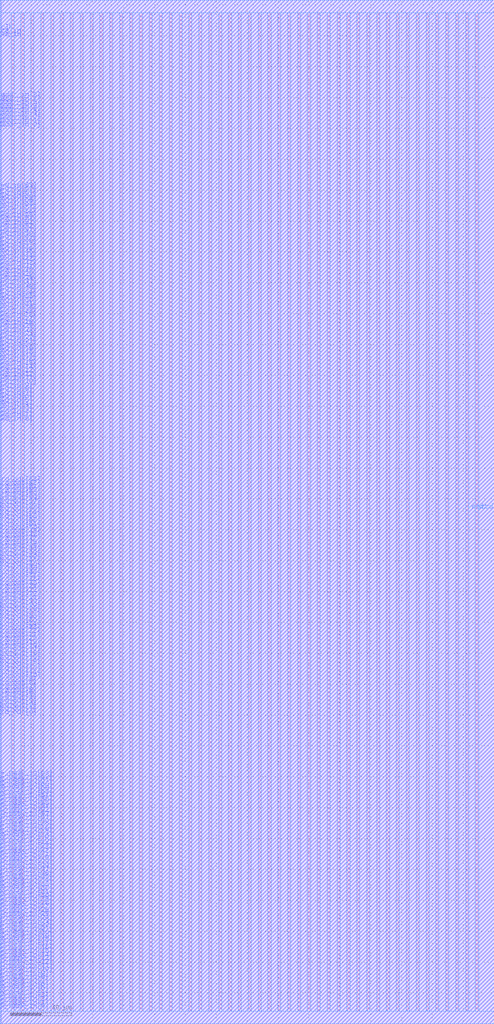
<source format=lef>
VERSION 5.7 ;
BUSBITCHARS "[]" ;
MACRO fakeram130_512x64
  FOREIGN fakeram130_512x64 0 0 ;
  SYMMETRY X Y R90 ;
  SIZE 320.000 BY 663.000 ;
  CLASS BLOCK ;
  PIN w_mask_in[0]
    DIRECTION INPUT ;
    USE SIGNAL ;
    SHAPE ABUTMENT ;
    PORT
      LAYER met3 ;
      RECT 0.000 7.750 0.500 8.250 ;
    END
  END w_mask_in[0]
  PIN w_mask_in[1]
    DIRECTION INPUT ;
    USE SIGNAL ;
    SHAPE ABUTMENT ;
    PORT
      LAYER met3 ;
      RECT 0.000 10.150 0.500 10.650 ;
    END
  END w_mask_in[1]
  PIN w_mask_in[2]
    DIRECTION INPUT ;
    USE SIGNAL ;
    SHAPE ABUTMENT ;
    PORT
      LAYER met3 ;
      RECT 0.000 12.550 0.500 13.050 ;
    END
  END w_mask_in[2]
  PIN w_mask_in[3]
    DIRECTION INPUT ;
    USE SIGNAL ;
    SHAPE ABUTMENT ;
    PORT
      LAYER met3 ;
      RECT 0.000 14.950 0.500 15.450 ;
    END
  END w_mask_in[3]
  PIN w_mask_in[4]
    DIRECTION INPUT ;
    USE SIGNAL ;
    SHAPE ABUTMENT ;
    PORT
      LAYER met3 ;
      RECT 0.000 17.350 0.500 17.850 ;
    END
  END w_mask_in[4]
  PIN w_mask_in[5]
    DIRECTION INPUT ;
    USE SIGNAL ;
    SHAPE ABUTMENT ;
    PORT
      LAYER met3 ;
      RECT 0.000 19.750 0.500 20.250 ;
    END
  END w_mask_in[5]
  PIN w_mask_in[6]
    DIRECTION INPUT ;
    USE SIGNAL ;
    SHAPE ABUTMENT ;
    PORT
      LAYER met3 ;
      RECT 0.000 22.150 0.500 22.650 ;
    END
  END w_mask_in[6]
  PIN w_mask_in[7]
    DIRECTION INPUT ;
    USE SIGNAL ;
    SHAPE ABUTMENT ;
    PORT
      LAYER met3 ;
      RECT 0.000 24.550 0.500 25.050 ;
    END
  END w_mask_in[7]
  PIN w_mask_in[8]
    DIRECTION INPUT ;
    USE SIGNAL ;
    SHAPE ABUTMENT ;
    PORT
      LAYER met3 ;
      RECT 0.000 26.950 0.500 27.450 ;
    END
  END w_mask_in[8]
  PIN w_mask_in[9]
    DIRECTION INPUT ;
    USE SIGNAL ;
    SHAPE ABUTMENT ;
    PORT
      LAYER met3 ;
      RECT 0.000 29.350 0.500 29.850 ;
    END
  END w_mask_in[9]
  PIN w_mask_in[10]
    DIRECTION INPUT ;
    USE SIGNAL ;
    SHAPE ABUTMENT ;
    PORT
      LAYER met3 ;
      RECT 0.000 31.750 0.500 32.250 ;
    END
  END w_mask_in[10]
  PIN w_mask_in[11]
    DIRECTION INPUT ;
    USE SIGNAL ;
    SHAPE ABUTMENT ;
    PORT
      LAYER met3 ;
      RECT 0.000 34.150 0.500 34.650 ;
    END
  END w_mask_in[11]
  PIN w_mask_in[12]
    DIRECTION INPUT ;
    USE SIGNAL ;
    SHAPE ABUTMENT ;
    PORT
      LAYER met3 ;
      RECT 0.000 36.550 0.500 37.050 ;
    END
  END w_mask_in[12]
  PIN w_mask_in[13]
    DIRECTION INPUT ;
    USE SIGNAL ;
    SHAPE ABUTMENT ;
    PORT
      LAYER met3 ;
      RECT 0.000 38.950 0.500 39.450 ;
    END
  END w_mask_in[13]
  PIN w_mask_in[14]
    DIRECTION INPUT ;
    USE SIGNAL ;
    SHAPE ABUTMENT ;
    PORT
      LAYER met3 ;
      RECT 0.000 41.350 0.500 41.850 ;
    END
  END w_mask_in[14]
  PIN w_mask_in[15]
    DIRECTION INPUT ;
    USE SIGNAL ;
    SHAPE ABUTMENT ;
    PORT
      LAYER met3 ;
      RECT 0.000 43.750 0.500 44.250 ;
    END
  END w_mask_in[15]
  PIN w_mask_in[16]
    DIRECTION INPUT ;
    USE SIGNAL ;
    SHAPE ABUTMENT ;
    PORT
      LAYER met3 ;
      RECT 0.000 46.150 0.500 46.650 ;
    END
  END w_mask_in[16]
  PIN w_mask_in[17]
    DIRECTION INPUT ;
    USE SIGNAL ;
    SHAPE ABUTMENT ;
    PORT
      LAYER met3 ;
      RECT 0.000 48.550 0.500 49.050 ;
    END
  END w_mask_in[17]
  PIN w_mask_in[18]
    DIRECTION INPUT ;
    USE SIGNAL ;
    SHAPE ABUTMENT ;
    PORT
      LAYER met3 ;
      RECT 0.000 50.950 0.500 51.450 ;
    END
  END w_mask_in[18]
  PIN w_mask_in[19]
    DIRECTION INPUT ;
    USE SIGNAL ;
    SHAPE ABUTMENT ;
    PORT
      LAYER met3 ;
      RECT 0.000 53.350 0.500 53.850 ;
    END
  END w_mask_in[19]
  PIN w_mask_in[20]
    DIRECTION INPUT ;
    USE SIGNAL ;
    SHAPE ABUTMENT ;
    PORT
      LAYER met3 ;
      RECT 0.000 55.750 0.500 56.250 ;
    END
  END w_mask_in[20]
  PIN w_mask_in[21]
    DIRECTION INPUT ;
    USE SIGNAL ;
    SHAPE ABUTMENT ;
    PORT
      LAYER met3 ;
      RECT 0.000 58.150 0.500 58.650 ;
    END
  END w_mask_in[21]
  PIN w_mask_in[22]
    DIRECTION INPUT ;
    USE SIGNAL ;
    SHAPE ABUTMENT ;
    PORT
      LAYER met3 ;
      RECT 0.000 60.550 0.500 61.050 ;
    END
  END w_mask_in[22]
  PIN w_mask_in[23]
    DIRECTION INPUT ;
    USE SIGNAL ;
    SHAPE ABUTMENT ;
    PORT
      LAYER met3 ;
      RECT 0.000 62.950 0.500 63.450 ;
    END
  END w_mask_in[23]
  PIN w_mask_in[24]
    DIRECTION INPUT ;
    USE SIGNAL ;
    SHAPE ABUTMENT ;
    PORT
      LAYER met3 ;
      RECT 0.000 65.350 0.500 65.850 ;
    END
  END w_mask_in[24]
  PIN w_mask_in[25]
    DIRECTION INPUT ;
    USE SIGNAL ;
    SHAPE ABUTMENT ;
    PORT
      LAYER met3 ;
      RECT 0.000 67.750 0.500 68.250 ;
    END
  END w_mask_in[25]
  PIN w_mask_in[26]
    DIRECTION INPUT ;
    USE SIGNAL ;
    SHAPE ABUTMENT ;
    PORT
      LAYER met3 ;
      RECT 0.000 70.150 0.500 70.650 ;
    END
  END w_mask_in[26]
  PIN w_mask_in[27]
    DIRECTION INPUT ;
    USE SIGNAL ;
    SHAPE ABUTMENT ;
    PORT
      LAYER met3 ;
      RECT 0.000 72.550 0.500 73.050 ;
    END
  END w_mask_in[27]
  PIN w_mask_in[28]
    DIRECTION INPUT ;
    USE SIGNAL ;
    SHAPE ABUTMENT ;
    PORT
      LAYER met3 ;
      RECT 0.000 74.950 0.500 75.450 ;
    END
  END w_mask_in[28]
  PIN w_mask_in[29]
    DIRECTION INPUT ;
    USE SIGNAL ;
    SHAPE ABUTMENT ;
    PORT
      LAYER met3 ;
      RECT 0.000 77.350 0.500 77.850 ;
    END
  END w_mask_in[29]
  PIN w_mask_in[30]
    DIRECTION INPUT ;
    USE SIGNAL ;
    SHAPE ABUTMENT ;
    PORT
      LAYER met3 ;
      RECT 0.000 79.750 0.500 80.250 ;
    END
  END w_mask_in[30]
  PIN w_mask_in[31]
    DIRECTION INPUT ;
    USE SIGNAL ;
    SHAPE ABUTMENT ;
    PORT
      LAYER met3 ;
      RECT 0.000 82.150 0.500 82.650 ;
    END
  END w_mask_in[31]
  PIN w_mask_in[32]
    DIRECTION INPUT ;
    USE SIGNAL ;
    SHAPE ABUTMENT ;
    PORT
      LAYER met3 ;
      RECT 0.000 84.550 0.500 85.050 ;
    END
  END w_mask_in[32]
  PIN w_mask_in[33]
    DIRECTION INPUT ;
    USE SIGNAL ;
    SHAPE ABUTMENT ;
    PORT
      LAYER met3 ;
      RECT 0.000 86.950 0.500 87.450 ;
    END
  END w_mask_in[33]
  PIN w_mask_in[34]
    DIRECTION INPUT ;
    USE SIGNAL ;
    SHAPE ABUTMENT ;
    PORT
      LAYER met3 ;
      RECT 0.000 89.350 0.500 89.850 ;
    END
  END w_mask_in[34]
  PIN w_mask_in[35]
    DIRECTION INPUT ;
    USE SIGNAL ;
    SHAPE ABUTMENT ;
    PORT
      LAYER met3 ;
      RECT 0.000 91.750 0.500 92.250 ;
    END
  END w_mask_in[35]
  PIN w_mask_in[36]
    DIRECTION INPUT ;
    USE SIGNAL ;
    SHAPE ABUTMENT ;
    PORT
      LAYER met3 ;
      RECT 0.000 94.150 0.500 94.650 ;
    END
  END w_mask_in[36]
  PIN w_mask_in[37]
    DIRECTION INPUT ;
    USE SIGNAL ;
    SHAPE ABUTMENT ;
    PORT
      LAYER met3 ;
      RECT 0.000 96.550 0.500 97.050 ;
    END
  END w_mask_in[37]
  PIN w_mask_in[38]
    DIRECTION INPUT ;
    USE SIGNAL ;
    SHAPE ABUTMENT ;
    PORT
      LAYER met3 ;
      RECT 0.000 98.950 0.500 99.450 ;
    END
  END w_mask_in[38]
  PIN w_mask_in[39]
    DIRECTION INPUT ;
    USE SIGNAL ;
    SHAPE ABUTMENT ;
    PORT
      LAYER met3 ;
      RECT 0.000 101.350 0.500 101.850 ;
    END
  END w_mask_in[39]
  PIN w_mask_in[40]
    DIRECTION INPUT ;
    USE SIGNAL ;
    SHAPE ABUTMENT ;
    PORT
      LAYER met3 ;
      RECT 0.000 103.750 0.500 104.250 ;
    END
  END w_mask_in[40]
  PIN w_mask_in[41]
    DIRECTION INPUT ;
    USE SIGNAL ;
    SHAPE ABUTMENT ;
    PORT
      LAYER met3 ;
      RECT 0.000 106.150 0.500 106.650 ;
    END
  END w_mask_in[41]
  PIN w_mask_in[42]
    DIRECTION INPUT ;
    USE SIGNAL ;
    SHAPE ABUTMENT ;
    PORT
      LAYER met3 ;
      RECT 0.000 108.550 0.500 109.050 ;
    END
  END w_mask_in[42]
  PIN w_mask_in[43]
    DIRECTION INPUT ;
    USE SIGNAL ;
    SHAPE ABUTMENT ;
    PORT
      LAYER met3 ;
      RECT 0.000 110.950 0.500 111.450 ;
    END
  END w_mask_in[43]
  PIN w_mask_in[44]
    DIRECTION INPUT ;
    USE SIGNAL ;
    SHAPE ABUTMENT ;
    PORT
      LAYER met3 ;
      RECT 0.000 113.350 0.500 113.850 ;
    END
  END w_mask_in[44]
  PIN w_mask_in[45]
    DIRECTION INPUT ;
    USE SIGNAL ;
    SHAPE ABUTMENT ;
    PORT
      LAYER met3 ;
      RECT 0.000 115.750 0.500 116.250 ;
    END
  END w_mask_in[45]
  PIN w_mask_in[46]
    DIRECTION INPUT ;
    USE SIGNAL ;
    SHAPE ABUTMENT ;
    PORT
      LAYER met3 ;
      RECT 0.000 118.150 0.500 118.650 ;
    END
  END w_mask_in[46]
  PIN w_mask_in[47]
    DIRECTION INPUT ;
    USE SIGNAL ;
    SHAPE ABUTMENT ;
    PORT
      LAYER met3 ;
      RECT 0.000 120.550 0.500 121.050 ;
    END
  END w_mask_in[47]
  PIN w_mask_in[48]
    DIRECTION INPUT ;
    USE SIGNAL ;
    SHAPE ABUTMENT ;
    PORT
      LAYER met3 ;
      RECT 0.000 122.950 0.500 123.450 ;
    END
  END w_mask_in[48]
  PIN w_mask_in[49]
    DIRECTION INPUT ;
    USE SIGNAL ;
    SHAPE ABUTMENT ;
    PORT
      LAYER met3 ;
      RECT 0.000 125.350 0.500 125.850 ;
    END
  END w_mask_in[49]
  PIN w_mask_in[50]
    DIRECTION INPUT ;
    USE SIGNAL ;
    SHAPE ABUTMENT ;
    PORT
      LAYER met3 ;
      RECT 0.000 127.750 0.500 128.250 ;
    END
  END w_mask_in[50]
  PIN w_mask_in[51]
    DIRECTION INPUT ;
    USE SIGNAL ;
    SHAPE ABUTMENT ;
    PORT
      LAYER met3 ;
      RECT 0.000 130.150 0.500 130.650 ;
    END
  END w_mask_in[51]
  PIN w_mask_in[52]
    DIRECTION INPUT ;
    USE SIGNAL ;
    SHAPE ABUTMENT ;
    PORT
      LAYER met3 ;
      RECT 0.000 132.550 0.500 133.050 ;
    END
  END w_mask_in[52]
  PIN w_mask_in[53]
    DIRECTION INPUT ;
    USE SIGNAL ;
    SHAPE ABUTMENT ;
    PORT
      LAYER met3 ;
      RECT 0.000 134.950 0.500 135.450 ;
    END
  END w_mask_in[53]
  PIN w_mask_in[54]
    DIRECTION INPUT ;
    USE SIGNAL ;
    SHAPE ABUTMENT ;
    PORT
      LAYER met3 ;
      RECT 0.000 137.350 0.500 137.850 ;
    END
  END w_mask_in[54]
  PIN w_mask_in[55]
    DIRECTION INPUT ;
    USE SIGNAL ;
    SHAPE ABUTMENT ;
    PORT
      LAYER met3 ;
      RECT 0.000 139.750 0.500 140.250 ;
    END
  END w_mask_in[55]
  PIN w_mask_in[56]
    DIRECTION INPUT ;
    USE SIGNAL ;
    SHAPE ABUTMENT ;
    PORT
      LAYER met3 ;
      RECT 0.000 142.150 0.500 142.650 ;
    END
  END w_mask_in[56]
  PIN w_mask_in[57]
    DIRECTION INPUT ;
    USE SIGNAL ;
    SHAPE ABUTMENT ;
    PORT
      LAYER met3 ;
      RECT 0.000 144.550 0.500 145.050 ;
    END
  END w_mask_in[57]
  PIN w_mask_in[58]
    DIRECTION INPUT ;
    USE SIGNAL ;
    SHAPE ABUTMENT ;
    PORT
      LAYER met3 ;
      RECT 0.000 146.950 0.500 147.450 ;
    END
  END w_mask_in[58]
  PIN w_mask_in[59]
    DIRECTION INPUT ;
    USE SIGNAL ;
    SHAPE ABUTMENT ;
    PORT
      LAYER met3 ;
      RECT 0.000 149.350 0.500 149.850 ;
    END
  END w_mask_in[59]
  PIN w_mask_in[60]
    DIRECTION INPUT ;
    USE SIGNAL ;
    SHAPE ABUTMENT ;
    PORT
      LAYER met3 ;
      RECT 0.000 151.750 0.500 152.250 ;
    END
  END w_mask_in[60]
  PIN w_mask_in[61]
    DIRECTION INPUT ;
    USE SIGNAL ;
    SHAPE ABUTMENT ;
    PORT
      LAYER met3 ;
      RECT 0.000 154.150 0.500 154.650 ;
    END
  END w_mask_in[61]
  PIN w_mask_in[62]
    DIRECTION INPUT ;
    USE SIGNAL ;
    SHAPE ABUTMENT ;
    PORT
      LAYER met3 ;
      RECT 0.000 156.550 0.500 157.050 ;
    END
  END w_mask_in[62]
  PIN w_mask_in[63]
    DIRECTION INPUT ;
    USE SIGNAL ;
    SHAPE ABUTMENT ;
    PORT
      LAYER met3 ;
      RECT 0.000 158.950 0.500 159.450 ;
    END
  END w_mask_in[63]
  PIN rd_out[0]
    DIRECTION OUTPUT ;
    USE SIGNAL ;
    SHAPE ABUTMENT ;
    PORT
      LAYER met3 ;
      RECT 0.000 198.150 0.500 198.650 ;
    END
  END rd_out[0]
  PIN rd_out[1]
    DIRECTION OUTPUT ;
    USE SIGNAL ;
    SHAPE ABUTMENT ;
    PORT
      LAYER met3 ;
      RECT 0.000 200.550 0.500 201.050 ;
    END
  END rd_out[1]
  PIN rd_out[2]
    DIRECTION OUTPUT ;
    USE SIGNAL ;
    SHAPE ABUTMENT ;
    PORT
      LAYER met3 ;
      RECT 0.000 202.950 0.500 203.450 ;
    END
  END rd_out[2]
  PIN rd_out[3]
    DIRECTION OUTPUT ;
    USE SIGNAL ;
    SHAPE ABUTMENT ;
    PORT
      LAYER met3 ;
      RECT 0.000 205.350 0.500 205.850 ;
    END
  END rd_out[3]
  PIN rd_out[4]
    DIRECTION OUTPUT ;
    USE SIGNAL ;
    SHAPE ABUTMENT ;
    PORT
      LAYER met3 ;
      RECT 0.000 207.750 0.500 208.250 ;
    END
  END rd_out[4]
  PIN rd_out[5]
    DIRECTION OUTPUT ;
    USE SIGNAL ;
    SHAPE ABUTMENT ;
    PORT
      LAYER met3 ;
      RECT 0.000 210.150 0.500 210.650 ;
    END
  END rd_out[5]
  PIN rd_out[6]
    DIRECTION OUTPUT ;
    USE SIGNAL ;
    SHAPE ABUTMENT ;
    PORT
      LAYER met3 ;
      RECT 0.000 212.550 0.500 213.050 ;
    END
  END rd_out[6]
  PIN rd_out[7]
    DIRECTION OUTPUT ;
    USE SIGNAL ;
    SHAPE ABUTMENT ;
    PORT
      LAYER met3 ;
      RECT 0.000 214.950 0.500 215.450 ;
    END
  END rd_out[7]
  PIN rd_out[8]
    DIRECTION OUTPUT ;
    USE SIGNAL ;
    SHAPE ABUTMENT ;
    PORT
      LAYER met3 ;
      RECT 0.000 217.350 0.500 217.850 ;
    END
  END rd_out[8]
  PIN rd_out[9]
    DIRECTION OUTPUT ;
    USE SIGNAL ;
    SHAPE ABUTMENT ;
    PORT
      LAYER met3 ;
      RECT 0.000 219.750 0.500 220.250 ;
    END
  END rd_out[9]
  PIN rd_out[10]
    DIRECTION OUTPUT ;
    USE SIGNAL ;
    SHAPE ABUTMENT ;
    PORT
      LAYER met3 ;
      RECT 0.000 222.150 0.500 222.650 ;
    END
  END rd_out[10]
  PIN rd_out[11]
    DIRECTION OUTPUT ;
    USE SIGNAL ;
    SHAPE ABUTMENT ;
    PORT
      LAYER met3 ;
      RECT 0.000 224.550 0.500 225.050 ;
    END
  END rd_out[11]
  PIN rd_out[12]
    DIRECTION OUTPUT ;
    USE SIGNAL ;
    SHAPE ABUTMENT ;
    PORT
      LAYER met3 ;
      RECT 0.000 226.950 0.500 227.450 ;
    END
  END rd_out[12]
  PIN rd_out[13]
    DIRECTION OUTPUT ;
    USE SIGNAL ;
    SHAPE ABUTMENT ;
    PORT
      LAYER met3 ;
      RECT 0.000 229.350 0.500 229.850 ;
    END
  END rd_out[13]
  PIN rd_out[14]
    DIRECTION OUTPUT ;
    USE SIGNAL ;
    SHAPE ABUTMENT ;
    PORT
      LAYER met3 ;
      RECT 0.000 231.750 0.500 232.250 ;
    END
  END rd_out[14]
  PIN rd_out[15]
    DIRECTION OUTPUT ;
    USE SIGNAL ;
    SHAPE ABUTMENT ;
    PORT
      LAYER met3 ;
      RECT 0.000 234.150 0.500 234.650 ;
    END
  END rd_out[15]
  PIN rd_out[16]
    DIRECTION OUTPUT ;
    USE SIGNAL ;
    SHAPE ABUTMENT ;
    PORT
      LAYER met3 ;
      RECT 0.000 236.550 0.500 237.050 ;
    END
  END rd_out[16]
  PIN rd_out[17]
    DIRECTION OUTPUT ;
    USE SIGNAL ;
    SHAPE ABUTMENT ;
    PORT
      LAYER met3 ;
      RECT 0.000 238.950 0.500 239.450 ;
    END
  END rd_out[17]
  PIN rd_out[18]
    DIRECTION OUTPUT ;
    USE SIGNAL ;
    SHAPE ABUTMENT ;
    PORT
      LAYER met3 ;
      RECT 0.000 241.350 0.500 241.850 ;
    END
  END rd_out[18]
  PIN rd_out[19]
    DIRECTION OUTPUT ;
    USE SIGNAL ;
    SHAPE ABUTMENT ;
    PORT
      LAYER met3 ;
      RECT 0.000 243.750 0.500 244.250 ;
    END
  END rd_out[19]
  PIN rd_out[20]
    DIRECTION OUTPUT ;
    USE SIGNAL ;
    SHAPE ABUTMENT ;
    PORT
      LAYER met3 ;
      RECT 0.000 246.150 0.500 246.650 ;
    END
  END rd_out[20]
  PIN rd_out[21]
    DIRECTION OUTPUT ;
    USE SIGNAL ;
    SHAPE ABUTMENT ;
    PORT
      LAYER met3 ;
      RECT 0.000 248.550 0.500 249.050 ;
    END
  END rd_out[21]
  PIN rd_out[22]
    DIRECTION OUTPUT ;
    USE SIGNAL ;
    SHAPE ABUTMENT ;
    PORT
      LAYER met3 ;
      RECT 0.000 250.950 0.500 251.450 ;
    END
  END rd_out[22]
  PIN rd_out[23]
    DIRECTION OUTPUT ;
    USE SIGNAL ;
    SHAPE ABUTMENT ;
    PORT
      LAYER met3 ;
      RECT 0.000 253.350 0.500 253.850 ;
    END
  END rd_out[23]
  PIN rd_out[24]
    DIRECTION OUTPUT ;
    USE SIGNAL ;
    SHAPE ABUTMENT ;
    PORT
      LAYER met3 ;
      RECT 0.000 255.750 0.500 256.250 ;
    END
  END rd_out[24]
  PIN rd_out[25]
    DIRECTION OUTPUT ;
    USE SIGNAL ;
    SHAPE ABUTMENT ;
    PORT
      LAYER met3 ;
      RECT 0.000 258.150 0.500 258.650 ;
    END
  END rd_out[25]
  PIN rd_out[26]
    DIRECTION OUTPUT ;
    USE SIGNAL ;
    SHAPE ABUTMENT ;
    PORT
      LAYER met3 ;
      RECT 0.000 260.550 0.500 261.050 ;
    END
  END rd_out[26]
  PIN rd_out[27]
    DIRECTION OUTPUT ;
    USE SIGNAL ;
    SHAPE ABUTMENT ;
    PORT
      LAYER met3 ;
      RECT 0.000 262.950 0.500 263.450 ;
    END
  END rd_out[27]
  PIN rd_out[28]
    DIRECTION OUTPUT ;
    USE SIGNAL ;
    SHAPE ABUTMENT ;
    PORT
      LAYER met3 ;
      RECT 0.000 265.350 0.500 265.850 ;
    END
  END rd_out[28]
  PIN rd_out[29]
    DIRECTION OUTPUT ;
    USE SIGNAL ;
    SHAPE ABUTMENT ;
    PORT
      LAYER met3 ;
      RECT 0.000 267.750 0.500 268.250 ;
    END
  END rd_out[29]
  PIN rd_out[30]
    DIRECTION OUTPUT ;
    USE SIGNAL ;
    SHAPE ABUTMENT ;
    PORT
      LAYER met3 ;
      RECT 0.000 270.150 0.500 270.650 ;
    END
  END rd_out[30]
  PIN rd_out[31]
    DIRECTION OUTPUT ;
    USE SIGNAL ;
    SHAPE ABUTMENT ;
    PORT
      LAYER met3 ;
      RECT 0.000 272.550 0.500 273.050 ;
    END
  END rd_out[31]
  PIN rd_out[32]
    DIRECTION OUTPUT ;
    USE SIGNAL ;
    SHAPE ABUTMENT ;
    PORT
      LAYER met3 ;
      RECT 0.000 274.950 0.500 275.450 ;
    END
  END rd_out[32]
  PIN rd_out[33]
    DIRECTION OUTPUT ;
    USE SIGNAL ;
    SHAPE ABUTMENT ;
    PORT
      LAYER met3 ;
      RECT 0.000 277.350 0.500 277.850 ;
    END
  END rd_out[33]
  PIN rd_out[34]
    DIRECTION OUTPUT ;
    USE SIGNAL ;
    SHAPE ABUTMENT ;
    PORT
      LAYER met3 ;
      RECT 0.000 279.750 0.500 280.250 ;
    END
  END rd_out[34]
  PIN rd_out[35]
    DIRECTION OUTPUT ;
    USE SIGNAL ;
    SHAPE ABUTMENT ;
    PORT
      LAYER met3 ;
      RECT 0.000 282.150 0.500 282.650 ;
    END
  END rd_out[35]
  PIN rd_out[36]
    DIRECTION OUTPUT ;
    USE SIGNAL ;
    SHAPE ABUTMENT ;
    PORT
      LAYER met3 ;
      RECT 0.000 284.550 0.500 285.050 ;
    END
  END rd_out[36]
  PIN rd_out[37]
    DIRECTION OUTPUT ;
    USE SIGNAL ;
    SHAPE ABUTMENT ;
    PORT
      LAYER met3 ;
      RECT 0.000 286.950 0.500 287.450 ;
    END
  END rd_out[37]
  PIN rd_out[38]
    DIRECTION OUTPUT ;
    USE SIGNAL ;
    SHAPE ABUTMENT ;
    PORT
      LAYER met3 ;
      RECT 0.000 289.350 0.500 289.850 ;
    END
  END rd_out[38]
  PIN rd_out[39]
    DIRECTION OUTPUT ;
    USE SIGNAL ;
    SHAPE ABUTMENT ;
    PORT
      LAYER met3 ;
      RECT 0.000 291.750 0.500 292.250 ;
    END
  END rd_out[39]
  PIN rd_out[40]
    DIRECTION OUTPUT ;
    USE SIGNAL ;
    SHAPE ABUTMENT ;
    PORT
      LAYER met3 ;
      RECT 0.000 294.150 0.500 294.650 ;
    END
  END rd_out[40]
  PIN rd_out[41]
    DIRECTION OUTPUT ;
    USE SIGNAL ;
    SHAPE ABUTMENT ;
    PORT
      LAYER met3 ;
      RECT 0.000 296.550 0.500 297.050 ;
    END
  END rd_out[41]
  PIN rd_out[42]
    DIRECTION OUTPUT ;
    USE SIGNAL ;
    SHAPE ABUTMENT ;
    PORT
      LAYER met3 ;
      RECT 0.000 298.950 0.500 299.450 ;
    END
  END rd_out[42]
  PIN rd_out[43]
    DIRECTION OUTPUT ;
    USE SIGNAL ;
    SHAPE ABUTMENT ;
    PORT
      LAYER met3 ;
      RECT 0.000 301.350 0.500 301.850 ;
    END
  END rd_out[43]
  PIN rd_out[44]
    DIRECTION OUTPUT ;
    USE SIGNAL ;
    SHAPE ABUTMENT ;
    PORT
      LAYER met3 ;
      RECT 0.000 303.750 0.500 304.250 ;
    END
  END rd_out[44]
  PIN rd_out[45]
    DIRECTION OUTPUT ;
    USE SIGNAL ;
    SHAPE ABUTMENT ;
    PORT
      LAYER met3 ;
      RECT 0.000 306.150 0.500 306.650 ;
    END
  END rd_out[45]
  PIN rd_out[46]
    DIRECTION OUTPUT ;
    USE SIGNAL ;
    SHAPE ABUTMENT ;
    PORT
      LAYER met3 ;
      RECT 0.000 308.550 0.500 309.050 ;
    END
  END rd_out[46]
  PIN rd_out[47]
    DIRECTION OUTPUT ;
    USE SIGNAL ;
    SHAPE ABUTMENT ;
    PORT
      LAYER met3 ;
      RECT 0.000 310.950 0.500 311.450 ;
    END
  END rd_out[47]
  PIN rd_out[48]
    DIRECTION OUTPUT ;
    USE SIGNAL ;
    SHAPE ABUTMENT ;
    PORT
      LAYER met3 ;
      RECT 0.000 313.350 0.500 313.850 ;
    END
  END rd_out[48]
  PIN rd_out[49]
    DIRECTION OUTPUT ;
    USE SIGNAL ;
    SHAPE ABUTMENT ;
    PORT
      LAYER met3 ;
      RECT 0.000 315.750 0.500 316.250 ;
    END
  END rd_out[49]
  PIN rd_out[50]
    DIRECTION OUTPUT ;
    USE SIGNAL ;
    SHAPE ABUTMENT ;
    PORT
      LAYER met3 ;
      RECT 0.000 318.150 0.500 318.650 ;
    END
  END rd_out[50]
  PIN rd_out[51]
    DIRECTION OUTPUT ;
    USE SIGNAL ;
    SHAPE ABUTMENT ;
    PORT
      LAYER met3 ;
      RECT 0.000 320.550 0.500 321.050 ;
    END
  END rd_out[51]
  PIN rd_out[52]
    DIRECTION OUTPUT ;
    USE SIGNAL ;
    SHAPE ABUTMENT ;
    PORT
      LAYER met3 ;
      RECT 0.000 322.950 0.500 323.450 ;
    END
  END rd_out[52]
  PIN rd_out[53]
    DIRECTION OUTPUT ;
    USE SIGNAL ;
    SHAPE ABUTMENT ;
    PORT
      LAYER met3 ;
      RECT 0.000 325.350 0.500 325.850 ;
    END
  END rd_out[53]
  PIN rd_out[54]
    DIRECTION OUTPUT ;
    USE SIGNAL ;
    SHAPE ABUTMENT ;
    PORT
      LAYER met3 ;
      RECT 0.000 327.750 0.500 328.250 ;
    END
  END rd_out[54]
  PIN rd_out[55]
    DIRECTION OUTPUT ;
    USE SIGNAL ;
    SHAPE ABUTMENT ;
    PORT
      LAYER met3 ;
      RECT 0.000 330.150 0.500 330.650 ;
    END
  END rd_out[55]
  PIN rd_out[56]
    DIRECTION OUTPUT ;
    USE SIGNAL ;
    SHAPE ABUTMENT ;
    PORT
      LAYER met3 ;
      RECT 0.000 332.550 0.500 333.050 ;
    END
  END rd_out[56]
  PIN rd_out[57]
    DIRECTION OUTPUT ;
    USE SIGNAL ;
    SHAPE ABUTMENT ;
    PORT
      LAYER met3 ;
      RECT 0.000 334.950 0.500 335.450 ;
    END
  END rd_out[57]
  PIN rd_out[58]
    DIRECTION OUTPUT ;
    USE SIGNAL ;
    SHAPE ABUTMENT ;
    PORT
      LAYER met3 ;
      RECT 0.000 337.350 0.500 337.850 ;
    END
  END rd_out[58]
  PIN rd_out[59]
    DIRECTION OUTPUT ;
    USE SIGNAL ;
    SHAPE ABUTMENT ;
    PORT
      LAYER met3 ;
      RECT 0.000 339.750 0.500 340.250 ;
    END
  END rd_out[59]
  PIN rd_out[60]
    DIRECTION OUTPUT ;
    USE SIGNAL ;
    SHAPE ABUTMENT ;
    PORT
      LAYER met3 ;
      RECT 0.000 342.150 0.500 342.650 ;
    END
  END rd_out[60]
  PIN rd_out[61]
    DIRECTION OUTPUT ;
    USE SIGNAL ;
    SHAPE ABUTMENT ;
    PORT
      LAYER met3 ;
      RECT 0.000 344.550 0.500 345.050 ;
    END
  END rd_out[61]
  PIN rd_out[62]
    DIRECTION OUTPUT ;
    USE SIGNAL ;
    SHAPE ABUTMENT ;
    PORT
      LAYER met3 ;
      RECT 0.000 346.950 0.500 347.450 ;
    END
  END rd_out[62]
  PIN rd_out[63]
    DIRECTION OUTPUT ;
    USE SIGNAL ;
    SHAPE ABUTMENT ;
    PORT
      LAYER met3 ;
      RECT 0.000 349.350 0.500 349.850 ;
    END
  END rd_out[63]
  PIN wd_in[0]
    DIRECTION INPUT ;
    USE SIGNAL ;
    SHAPE ABUTMENT ;
    PORT
      LAYER met3 ;
      RECT 0.000 388.550 0.500 389.050 ;
    END
  END wd_in[0]
  PIN wd_in[1]
    DIRECTION INPUT ;
    USE SIGNAL ;
    SHAPE ABUTMENT ;
    PORT
      LAYER met3 ;
      RECT 0.000 390.950 0.500 391.450 ;
    END
  END wd_in[1]
  PIN wd_in[2]
    DIRECTION INPUT ;
    USE SIGNAL ;
    SHAPE ABUTMENT ;
    PORT
      LAYER met3 ;
      RECT 0.000 393.350 0.500 393.850 ;
    END
  END wd_in[2]
  PIN wd_in[3]
    DIRECTION INPUT ;
    USE SIGNAL ;
    SHAPE ABUTMENT ;
    PORT
      LAYER met3 ;
      RECT 0.000 395.750 0.500 396.250 ;
    END
  END wd_in[3]
  PIN wd_in[4]
    DIRECTION INPUT ;
    USE SIGNAL ;
    SHAPE ABUTMENT ;
    PORT
      LAYER met3 ;
      RECT 0.000 398.150 0.500 398.650 ;
    END
  END wd_in[4]
  PIN wd_in[5]
    DIRECTION INPUT ;
    USE SIGNAL ;
    SHAPE ABUTMENT ;
    PORT
      LAYER met3 ;
      RECT 0.000 400.550 0.500 401.050 ;
    END
  END wd_in[5]
  PIN wd_in[6]
    DIRECTION INPUT ;
    USE SIGNAL ;
    SHAPE ABUTMENT ;
    PORT
      LAYER met3 ;
      RECT 0.000 402.950 0.500 403.450 ;
    END
  END wd_in[6]
  PIN wd_in[7]
    DIRECTION INPUT ;
    USE SIGNAL ;
    SHAPE ABUTMENT ;
    PORT
      LAYER met3 ;
      RECT 0.000 405.350 0.500 405.850 ;
    END
  END wd_in[7]
  PIN wd_in[8]
    DIRECTION INPUT ;
    USE SIGNAL ;
    SHAPE ABUTMENT ;
    PORT
      LAYER met3 ;
      RECT 0.000 407.750 0.500 408.250 ;
    END
  END wd_in[8]
  PIN wd_in[9]
    DIRECTION INPUT ;
    USE SIGNAL ;
    SHAPE ABUTMENT ;
    PORT
      LAYER met3 ;
      RECT 0.000 410.150 0.500 410.650 ;
    END
  END wd_in[9]
  PIN wd_in[10]
    DIRECTION INPUT ;
    USE SIGNAL ;
    SHAPE ABUTMENT ;
    PORT
      LAYER met3 ;
      RECT 0.000 412.550 0.500 413.050 ;
    END
  END wd_in[10]
  PIN wd_in[11]
    DIRECTION INPUT ;
    USE SIGNAL ;
    SHAPE ABUTMENT ;
    PORT
      LAYER met3 ;
      RECT 0.000 414.950 0.500 415.450 ;
    END
  END wd_in[11]
  PIN wd_in[12]
    DIRECTION INPUT ;
    USE SIGNAL ;
    SHAPE ABUTMENT ;
    PORT
      LAYER met3 ;
      RECT 0.000 417.350 0.500 417.850 ;
    END
  END wd_in[12]
  PIN wd_in[13]
    DIRECTION INPUT ;
    USE SIGNAL ;
    SHAPE ABUTMENT ;
    PORT
      LAYER met3 ;
      RECT 0.000 419.750 0.500 420.250 ;
    END
  END wd_in[13]
  PIN wd_in[14]
    DIRECTION INPUT ;
    USE SIGNAL ;
    SHAPE ABUTMENT ;
    PORT
      LAYER met3 ;
      RECT 0.000 422.150 0.500 422.650 ;
    END
  END wd_in[14]
  PIN wd_in[15]
    DIRECTION INPUT ;
    USE SIGNAL ;
    SHAPE ABUTMENT ;
    PORT
      LAYER met3 ;
      RECT 0.000 424.550 0.500 425.050 ;
    END
  END wd_in[15]
  PIN wd_in[16]
    DIRECTION INPUT ;
    USE SIGNAL ;
    SHAPE ABUTMENT ;
    PORT
      LAYER met3 ;
      RECT 0.000 426.950 0.500 427.450 ;
    END
  END wd_in[16]
  PIN wd_in[17]
    DIRECTION INPUT ;
    USE SIGNAL ;
    SHAPE ABUTMENT ;
    PORT
      LAYER met3 ;
      RECT 0.000 429.350 0.500 429.850 ;
    END
  END wd_in[17]
  PIN wd_in[18]
    DIRECTION INPUT ;
    USE SIGNAL ;
    SHAPE ABUTMENT ;
    PORT
      LAYER met3 ;
      RECT 0.000 431.750 0.500 432.250 ;
    END
  END wd_in[18]
  PIN wd_in[19]
    DIRECTION INPUT ;
    USE SIGNAL ;
    SHAPE ABUTMENT ;
    PORT
      LAYER met3 ;
      RECT 0.000 434.150 0.500 434.650 ;
    END
  END wd_in[19]
  PIN wd_in[20]
    DIRECTION INPUT ;
    USE SIGNAL ;
    SHAPE ABUTMENT ;
    PORT
      LAYER met3 ;
      RECT 0.000 436.550 0.500 437.050 ;
    END
  END wd_in[20]
  PIN wd_in[21]
    DIRECTION INPUT ;
    USE SIGNAL ;
    SHAPE ABUTMENT ;
    PORT
      LAYER met3 ;
      RECT 0.000 438.950 0.500 439.450 ;
    END
  END wd_in[21]
  PIN wd_in[22]
    DIRECTION INPUT ;
    USE SIGNAL ;
    SHAPE ABUTMENT ;
    PORT
      LAYER met3 ;
      RECT 0.000 441.350 0.500 441.850 ;
    END
  END wd_in[22]
  PIN wd_in[23]
    DIRECTION INPUT ;
    USE SIGNAL ;
    SHAPE ABUTMENT ;
    PORT
      LAYER met3 ;
      RECT 0.000 443.750 0.500 444.250 ;
    END
  END wd_in[23]
  PIN wd_in[24]
    DIRECTION INPUT ;
    USE SIGNAL ;
    SHAPE ABUTMENT ;
    PORT
      LAYER met3 ;
      RECT 0.000 446.150 0.500 446.650 ;
    END
  END wd_in[24]
  PIN wd_in[25]
    DIRECTION INPUT ;
    USE SIGNAL ;
    SHAPE ABUTMENT ;
    PORT
      LAYER met3 ;
      RECT 0.000 448.550 0.500 449.050 ;
    END
  END wd_in[25]
  PIN wd_in[26]
    DIRECTION INPUT ;
    USE SIGNAL ;
    SHAPE ABUTMENT ;
    PORT
      LAYER met3 ;
      RECT 0.000 450.950 0.500 451.450 ;
    END
  END wd_in[26]
  PIN wd_in[27]
    DIRECTION INPUT ;
    USE SIGNAL ;
    SHAPE ABUTMENT ;
    PORT
      LAYER met3 ;
      RECT 0.000 453.350 0.500 453.850 ;
    END
  END wd_in[27]
  PIN wd_in[28]
    DIRECTION INPUT ;
    USE SIGNAL ;
    SHAPE ABUTMENT ;
    PORT
      LAYER met3 ;
      RECT 0.000 455.750 0.500 456.250 ;
    END
  END wd_in[28]
  PIN wd_in[29]
    DIRECTION INPUT ;
    USE SIGNAL ;
    SHAPE ABUTMENT ;
    PORT
      LAYER met3 ;
      RECT 0.000 458.150 0.500 458.650 ;
    END
  END wd_in[29]
  PIN wd_in[30]
    DIRECTION INPUT ;
    USE SIGNAL ;
    SHAPE ABUTMENT ;
    PORT
      LAYER met3 ;
      RECT 0.000 460.550 0.500 461.050 ;
    END
  END wd_in[30]
  PIN wd_in[31]
    DIRECTION INPUT ;
    USE SIGNAL ;
    SHAPE ABUTMENT ;
    PORT
      LAYER met3 ;
      RECT 0.000 462.950 0.500 463.450 ;
    END
  END wd_in[31]
  PIN wd_in[32]
    DIRECTION INPUT ;
    USE SIGNAL ;
    SHAPE ABUTMENT ;
    PORT
      LAYER met3 ;
      RECT 0.000 465.350 0.500 465.850 ;
    END
  END wd_in[32]
  PIN wd_in[33]
    DIRECTION INPUT ;
    USE SIGNAL ;
    SHAPE ABUTMENT ;
    PORT
      LAYER met3 ;
      RECT 0.000 467.750 0.500 468.250 ;
    END
  END wd_in[33]
  PIN wd_in[34]
    DIRECTION INPUT ;
    USE SIGNAL ;
    SHAPE ABUTMENT ;
    PORT
      LAYER met3 ;
      RECT 0.000 470.150 0.500 470.650 ;
    END
  END wd_in[34]
  PIN wd_in[35]
    DIRECTION INPUT ;
    USE SIGNAL ;
    SHAPE ABUTMENT ;
    PORT
      LAYER met3 ;
      RECT 0.000 472.550 0.500 473.050 ;
    END
  END wd_in[35]
  PIN wd_in[36]
    DIRECTION INPUT ;
    USE SIGNAL ;
    SHAPE ABUTMENT ;
    PORT
      LAYER met3 ;
      RECT 0.000 474.950 0.500 475.450 ;
    END
  END wd_in[36]
  PIN wd_in[37]
    DIRECTION INPUT ;
    USE SIGNAL ;
    SHAPE ABUTMENT ;
    PORT
      LAYER met3 ;
      RECT 0.000 477.350 0.500 477.850 ;
    END
  END wd_in[37]
  PIN wd_in[38]
    DIRECTION INPUT ;
    USE SIGNAL ;
    SHAPE ABUTMENT ;
    PORT
      LAYER met3 ;
      RECT 0.000 479.750 0.500 480.250 ;
    END
  END wd_in[38]
  PIN wd_in[39]
    DIRECTION INPUT ;
    USE SIGNAL ;
    SHAPE ABUTMENT ;
    PORT
      LAYER met3 ;
      RECT 0.000 482.150 0.500 482.650 ;
    END
  END wd_in[39]
  PIN wd_in[40]
    DIRECTION INPUT ;
    USE SIGNAL ;
    SHAPE ABUTMENT ;
    PORT
      LAYER met3 ;
      RECT 0.000 484.550 0.500 485.050 ;
    END
  END wd_in[40]
  PIN wd_in[41]
    DIRECTION INPUT ;
    USE SIGNAL ;
    SHAPE ABUTMENT ;
    PORT
      LAYER met3 ;
      RECT 0.000 486.950 0.500 487.450 ;
    END
  END wd_in[41]
  PIN wd_in[42]
    DIRECTION INPUT ;
    USE SIGNAL ;
    SHAPE ABUTMENT ;
    PORT
      LAYER met3 ;
      RECT 0.000 489.350 0.500 489.850 ;
    END
  END wd_in[42]
  PIN wd_in[43]
    DIRECTION INPUT ;
    USE SIGNAL ;
    SHAPE ABUTMENT ;
    PORT
      LAYER met3 ;
      RECT 0.000 491.750 0.500 492.250 ;
    END
  END wd_in[43]
  PIN wd_in[44]
    DIRECTION INPUT ;
    USE SIGNAL ;
    SHAPE ABUTMENT ;
    PORT
      LAYER met3 ;
      RECT 0.000 494.150 0.500 494.650 ;
    END
  END wd_in[44]
  PIN wd_in[45]
    DIRECTION INPUT ;
    USE SIGNAL ;
    SHAPE ABUTMENT ;
    PORT
      LAYER met3 ;
      RECT 0.000 496.550 0.500 497.050 ;
    END
  END wd_in[45]
  PIN wd_in[46]
    DIRECTION INPUT ;
    USE SIGNAL ;
    SHAPE ABUTMENT ;
    PORT
      LAYER met3 ;
      RECT 0.000 498.950 0.500 499.450 ;
    END
  END wd_in[46]
  PIN wd_in[47]
    DIRECTION INPUT ;
    USE SIGNAL ;
    SHAPE ABUTMENT ;
    PORT
      LAYER met3 ;
      RECT 0.000 501.350 0.500 501.850 ;
    END
  END wd_in[47]
  PIN wd_in[48]
    DIRECTION INPUT ;
    USE SIGNAL ;
    SHAPE ABUTMENT ;
    PORT
      LAYER met3 ;
      RECT 0.000 503.750 0.500 504.250 ;
    END
  END wd_in[48]
  PIN wd_in[49]
    DIRECTION INPUT ;
    USE SIGNAL ;
    SHAPE ABUTMENT ;
    PORT
      LAYER met3 ;
      RECT 0.000 506.150 0.500 506.650 ;
    END
  END wd_in[49]
  PIN wd_in[50]
    DIRECTION INPUT ;
    USE SIGNAL ;
    SHAPE ABUTMENT ;
    PORT
      LAYER met3 ;
      RECT 0.000 508.550 0.500 509.050 ;
    END
  END wd_in[50]
  PIN wd_in[51]
    DIRECTION INPUT ;
    USE SIGNAL ;
    SHAPE ABUTMENT ;
    PORT
      LAYER met3 ;
      RECT 0.000 510.950 0.500 511.450 ;
    END
  END wd_in[51]
  PIN wd_in[52]
    DIRECTION INPUT ;
    USE SIGNAL ;
    SHAPE ABUTMENT ;
    PORT
      LAYER met3 ;
      RECT 0.000 513.350 0.500 513.850 ;
    END
  END wd_in[52]
  PIN wd_in[53]
    DIRECTION INPUT ;
    USE SIGNAL ;
    SHAPE ABUTMENT ;
    PORT
      LAYER met3 ;
      RECT 0.000 515.750 0.500 516.250 ;
    END
  END wd_in[53]
  PIN wd_in[54]
    DIRECTION INPUT ;
    USE SIGNAL ;
    SHAPE ABUTMENT ;
    PORT
      LAYER met3 ;
      RECT 0.000 518.150 0.500 518.650 ;
    END
  END wd_in[54]
  PIN wd_in[55]
    DIRECTION INPUT ;
    USE SIGNAL ;
    SHAPE ABUTMENT ;
    PORT
      LAYER met3 ;
      RECT 0.000 520.550 0.500 521.050 ;
    END
  END wd_in[55]
  PIN wd_in[56]
    DIRECTION INPUT ;
    USE SIGNAL ;
    SHAPE ABUTMENT ;
    PORT
      LAYER met3 ;
      RECT 0.000 522.950 0.500 523.450 ;
    END
  END wd_in[56]
  PIN wd_in[57]
    DIRECTION INPUT ;
    USE SIGNAL ;
    SHAPE ABUTMENT ;
    PORT
      LAYER met3 ;
      RECT 0.000 525.350 0.500 525.850 ;
    END
  END wd_in[57]
  PIN wd_in[58]
    DIRECTION INPUT ;
    USE SIGNAL ;
    SHAPE ABUTMENT ;
    PORT
      LAYER met3 ;
      RECT 0.000 527.750 0.500 528.250 ;
    END
  END wd_in[58]
  PIN wd_in[59]
    DIRECTION INPUT ;
    USE SIGNAL ;
    SHAPE ABUTMENT ;
    PORT
      LAYER met3 ;
      RECT 0.000 530.150 0.500 530.650 ;
    END
  END wd_in[59]
  PIN wd_in[60]
    DIRECTION INPUT ;
    USE SIGNAL ;
    SHAPE ABUTMENT ;
    PORT
      LAYER met3 ;
      RECT 0.000 532.550 0.500 533.050 ;
    END
  END wd_in[60]
  PIN wd_in[61]
    DIRECTION INPUT ;
    USE SIGNAL ;
    SHAPE ABUTMENT ;
    PORT
      LAYER met3 ;
      RECT 0.000 534.950 0.500 535.450 ;
    END
  END wd_in[61]
  PIN wd_in[62]
    DIRECTION INPUT ;
    USE SIGNAL ;
    SHAPE ABUTMENT ;
    PORT
      LAYER met3 ;
      RECT 0.000 537.350 0.500 537.850 ;
    END
  END wd_in[62]
  PIN wd_in[63]
    DIRECTION INPUT ;
    USE SIGNAL ;
    SHAPE ABUTMENT ;
    PORT
      LAYER met3 ;
      RECT 0.000 539.750 0.500 540.250 ;
    END
  END wd_in[63]
  PIN addr_in[0]
    DIRECTION INPUT ;
    USE SIGNAL ;
    SHAPE ABUTMENT ;
    PORT
      LAYER met3 ;
      RECT 0.000 578.950 0.500 579.450 ;
    END
  END addr_in[0]
  PIN addr_in[1]
    DIRECTION INPUT ;
    USE SIGNAL ;
    SHAPE ABUTMENT ;
    PORT
      LAYER met3 ;
      RECT 0.000 581.350 0.500 581.850 ;
    END
  END addr_in[1]
  PIN addr_in[2]
    DIRECTION INPUT ;
    USE SIGNAL ;
    SHAPE ABUTMENT ;
    PORT
      LAYER met3 ;
      RECT 0.000 583.750 0.500 584.250 ;
    END
  END addr_in[2]
  PIN addr_in[3]
    DIRECTION INPUT ;
    USE SIGNAL ;
    SHAPE ABUTMENT ;
    PORT
      LAYER met3 ;
      RECT 0.000 586.150 0.500 586.650 ;
    END
  END addr_in[3]
  PIN addr_in[4]
    DIRECTION INPUT ;
    USE SIGNAL ;
    SHAPE ABUTMENT ;
    PORT
      LAYER met3 ;
      RECT 0.000 588.550 0.500 589.050 ;
    END
  END addr_in[4]
  PIN addr_in[5]
    DIRECTION INPUT ;
    USE SIGNAL ;
    SHAPE ABUTMENT ;
    PORT
      LAYER met3 ;
      RECT 0.000 590.950 0.500 591.450 ;
    END
  END addr_in[5]
  PIN addr_in[6]
    DIRECTION INPUT ;
    USE SIGNAL ;
    SHAPE ABUTMENT ;
    PORT
      LAYER met3 ;
      RECT 0.000 593.350 0.500 593.850 ;
    END
  END addr_in[6]
  PIN addr_in[7]
    DIRECTION INPUT ;
    USE SIGNAL ;
    SHAPE ABUTMENT ;
    PORT
      LAYER met3 ;
      RECT 0.000 595.750 0.500 596.250 ;
    END
  END addr_in[7]
  PIN addr_in[8]
    DIRECTION INPUT ;
    USE SIGNAL ;
    SHAPE ABUTMENT ;
    PORT
      LAYER met3 ;
      RECT 0.000 598.150 0.500 598.650 ;
    END
  END addr_in[8]
  PIN we_in
    DIRECTION INPUT ;
    USE SIGNAL ;
    SHAPE ABUTMENT ;
    PORT
      LAYER met3 ;
      RECT 0.000 637.350 0.500 637.850 ;
    END
  END we_in
  PIN ce_in
    DIRECTION INPUT ;
    USE SIGNAL ;
    SHAPE ABUTMENT ;
    PORT
      LAYER met3 ;
      RECT 0.000 639.750 0.500 640.250 ;
    END
  END ce_in
  PIN clk
    DIRECTION INPUT ;
    USE SIGNAL ;
    SHAPE ABUTMENT ;
    PORT
      LAYER met3 ;
      RECT 0.000 642.150 0.500 642.650 ;
    END
  END clk
  PIN vssd1
    DIRECTION INOUT ;
    USE GROUND ;
    PORT
      LAYER met4 ;
      RECT 7.000 8.000 9.000 655.000 ;
      RECT 19.800 8.000 21.800 655.000 ;
      RECT 32.600 8.000 34.600 655.000 ;
      RECT 45.400 8.000 47.400 655.000 ;
      RECT 58.200 8.000 60.200 655.000 ;
      RECT 71.000 8.000 73.000 655.000 ;
      RECT 83.800 8.000 85.800 655.000 ;
      RECT 96.600 8.000 98.600 655.000 ;
      RECT 109.400 8.000 111.400 655.000 ;
      RECT 122.200 8.000 124.200 655.000 ;
      RECT 135.000 8.000 137.000 655.000 ;
      RECT 147.800 8.000 149.800 655.000 ;
      RECT 160.600 8.000 162.600 655.000 ;
      RECT 173.400 8.000 175.400 655.000 ;
      RECT 186.200 8.000 188.200 655.000 ;
      RECT 199.000 8.000 201.000 655.000 ;
      RECT 211.800 8.000 213.800 655.000 ;
      RECT 224.600 8.000 226.600 655.000 ;
      RECT 237.400 8.000 239.400 655.000 ;
      RECT 250.200 8.000 252.200 655.000 ;
      RECT 263.000 8.000 265.000 655.000 ;
      RECT 275.800 8.000 277.800 655.000 ;
      RECT 288.600 8.000 290.600 655.000 ;
      RECT 301.400 8.000 303.400 655.000 ;
    END
  END vssd1
  PIN vccd1
    DIRECTION INOUT ;
    USE POWER ;
    PORT
      LAYER met4 ;
      RECT 13.400 8.000 15.400 655.000 ;
      RECT 26.200 8.000 28.200 655.000 ;
      RECT 39.000 8.000 41.000 655.000 ;
      RECT 51.800 8.000 53.800 655.000 ;
      RECT 64.600 8.000 66.600 655.000 ;
      RECT 77.400 8.000 79.400 655.000 ;
      RECT 90.200 8.000 92.200 655.000 ;
      RECT 103.000 8.000 105.000 655.000 ;
      RECT 115.800 8.000 117.800 655.000 ;
      RECT 128.600 8.000 130.600 655.000 ;
      RECT 141.400 8.000 143.400 655.000 ;
      RECT 154.200 8.000 156.200 655.000 ;
      RECT 167.000 8.000 169.000 655.000 ;
      RECT 179.800 8.000 181.800 655.000 ;
      RECT 192.600 8.000 194.600 655.000 ;
      RECT 205.400 8.000 207.400 655.000 ;
      RECT 218.200 8.000 220.200 655.000 ;
      RECT 231.000 8.000 233.000 655.000 ;
      RECT 243.800 8.000 245.800 655.000 ;
      RECT 256.600 8.000 258.600 655.000 ;
      RECT 269.400 8.000 271.400 655.000 ;
      RECT 282.200 8.000 284.200 655.000 ;
      RECT 295.000 8.000 297.000 655.000 ;
      RECT 307.800 8.000 309.800 655.000 ;
    END
  END vccd1
  OBS
    LAYER met1 ;
    RECT 0 0 320.000 663.000 ;
    LAYER met2 ;
    RECT 0 0 320.000 663.000 ;
    LAYER met3 ;
    RECT 0.500 0 320.000 663.000 ;
    RECT 0 0.000 0.500 7.750 ;
    RECT 0 8.250 0.500 10.150 ;
    RECT 0 10.650 0.500 12.550 ;
    RECT 0 13.050 0.500 14.950 ;
    RECT 0 15.450 0.500 17.350 ;
    RECT 0 17.850 0.500 19.750 ;
    RECT 0 20.250 0.500 22.150 ;
    RECT 0 22.650 0.500 24.550 ;
    RECT 0 25.050 0.500 26.950 ;
    RECT 0 27.450 0.500 29.350 ;
    RECT 0 29.850 0.500 31.750 ;
    RECT 0 32.250 0.500 34.150 ;
    RECT 0 34.650 0.500 36.550 ;
    RECT 0 37.050 0.500 38.950 ;
    RECT 0 39.450 0.500 41.350 ;
    RECT 0 41.850 0.500 43.750 ;
    RECT 0 44.250 0.500 46.150 ;
    RECT 0 46.650 0.500 48.550 ;
    RECT 0 49.050 0.500 50.950 ;
    RECT 0 51.450 0.500 53.350 ;
    RECT 0 53.850 0.500 55.750 ;
    RECT 0 56.250 0.500 58.150 ;
    RECT 0 58.650 0.500 60.550 ;
    RECT 0 61.050 0.500 62.950 ;
    RECT 0 63.450 0.500 65.350 ;
    RECT 0 65.850 0.500 67.750 ;
    RECT 0 68.250 0.500 70.150 ;
    RECT 0 70.650 0.500 72.550 ;
    RECT 0 73.050 0.500 74.950 ;
    RECT 0 75.450 0.500 77.350 ;
    RECT 0 77.850 0.500 79.750 ;
    RECT 0 80.250 0.500 82.150 ;
    RECT 0 82.650 0.500 84.550 ;
    RECT 0 85.050 0.500 86.950 ;
    RECT 0 87.450 0.500 89.350 ;
    RECT 0 89.850 0.500 91.750 ;
    RECT 0 92.250 0.500 94.150 ;
    RECT 0 94.650 0.500 96.550 ;
    RECT 0 97.050 0.500 98.950 ;
    RECT 0 99.450 0.500 101.350 ;
    RECT 0 101.850 0.500 103.750 ;
    RECT 0 104.250 0.500 106.150 ;
    RECT 0 106.650 0.500 108.550 ;
    RECT 0 109.050 0.500 110.950 ;
    RECT 0 111.450 0.500 113.350 ;
    RECT 0 113.850 0.500 115.750 ;
    RECT 0 116.250 0.500 118.150 ;
    RECT 0 118.650 0.500 120.550 ;
    RECT 0 121.050 0.500 122.950 ;
    RECT 0 123.450 0.500 125.350 ;
    RECT 0 125.850 0.500 127.750 ;
    RECT 0 128.250 0.500 130.150 ;
    RECT 0 130.650 0.500 132.550 ;
    RECT 0 133.050 0.500 134.950 ;
    RECT 0 135.450 0.500 137.350 ;
    RECT 0 137.850 0.500 139.750 ;
    RECT 0 140.250 0.500 142.150 ;
    RECT 0 142.650 0.500 144.550 ;
    RECT 0 145.050 0.500 146.950 ;
    RECT 0 147.450 0.500 149.350 ;
    RECT 0 149.850 0.500 151.750 ;
    RECT 0 152.250 0.500 154.150 ;
    RECT 0 154.650 0.500 156.550 ;
    RECT 0 157.050 0.500 158.950 ;
    RECT 0 159.450 0.500 198.150 ;
    RECT 0 198.650 0.500 200.550 ;
    RECT 0 201.050 0.500 202.950 ;
    RECT 0 203.450 0.500 205.350 ;
    RECT 0 205.850 0.500 207.750 ;
    RECT 0 208.250 0.500 210.150 ;
    RECT 0 210.650 0.500 212.550 ;
    RECT 0 213.050 0.500 214.950 ;
    RECT 0 215.450 0.500 217.350 ;
    RECT 0 217.850 0.500 219.750 ;
    RECT 0 220.250 0.500 222.150 ;
    RECT 0 222.650 0.500 224.550 ;
    RECT 0 225.050 0.500 226.950 ;
    RECT 0 227.450 0.500 229.350 ;
    RECT 0 229.850 0.500 231.750 ;
    RECT 0 232.250 0.500 234.150 ;
    RECT 0 234.650 0.500 236.550 ;
    RECT 0 237.050 0.500 238.950 ;
    RECT 0 239.450 0.500 241.350 ;
    RECT 0 241.850 0.500 243.750 ;
    RECT 0 244.250 0.500 246.150 ;
    RECT 0 246.650 0.500 248.550 ;
    RECT 0 249.050 0.500 250.950 ;
    RECT 0 251.450 0.500 253.350 ;
    RECT 0 253.850 0.500 255.750 ;
    RECT 0 256.250 0.500 258.150 ;
    RECT 0 258.650 0.500 260.550 ;
    RECT 0 261.050 0.500 262.950 ;
    RECT 0 263.450 0.500 265.350 ;
    RECT 0 265.850 0.500 267.750 ;
    RECT 0 268.250 0.500 270.150 ;
    RECT 0 270.650 0.500 272.550 ;
    RECT 0 273.050 0.500 274.950 ;
    RECT 0 275.450 0.500 277.350 ;
    RECT 0 277.850 0.500 279.750 ;
    RECT 0 280.250 0.500 282.150 ;
    RECT 0 282.650 0.500 284.550 ;
    RECT 0 285.050 0.500 286.950 ;
    RECT 0 287.450 0.500 289.350 ;
    RECT 0 289.850 0.500 291.750 ;
    RECT 0 292.250 0.500 294.150 ;
    RECT 0 294.650 0.500 296.550 ;
    RECT 0 297.050 0.500 298.950 ;
    RECT 0 299.450 0.500 301.350 ;
    RECT 0 301.850 0.500 303.750 ;
    RECT 0 304.250 0.500 306.150 ;
    RECT 0 306.650 0.500 308.550 ;
    RECT 0 309.050 0.500 310.950 ;
    RECT 0 311.450 0.500 313.350 ;
    RECT 0 313.850 0.500 315.750 ;
    RECT 0 316.250 0.500 318.150 ;
    RECT 0 318.650 0.500 320.550 ;
    RECT 0 321.050 0.500 322.950 ;
    RECT 0 323.450 0.500 325.350 ;
    RECT 0 325.850 0.500 327.750 ;
    RECT 0 328.250 0.500 330.150 ;
    RECT 0 330.650 0.500 332.550 ;
    RECT 0 333.050 0.500 334.950 ;
    RECT 0 335.450 0.500 337.350 ;
    RECT 0 337.850 0.500 339.750 ;
    RECT 0 340.250 0.500 342.150 ;
    RECT 0 342.650 0.500 344.550 ;
    RECT 0 345.050 0.500 346.950 ;
    RECT 0 347.450 0.500 349.350 ;
    RECT 0 349.850 0.500 388.550 ;
    RECT 0 389.050 0.500 390.950 ;
    RECT 0 391.450 0.500 393.350 ;
    RECT 0 393.850 0.500 395.750 ;
    RECT 0 396.250 0.500 398.150 ;
    RECT 0 398.650 0.500 400.550 ;
    RECT 0 401.050 0.500 402.950 ;
    RECT 0 403.450 0.500 405.350 ;
    RECT 0 405.850 0.500 407.750 ;
    RECT 0 408.250 0.500 410.150 ;
    RECT 0 410.650 0.500 412.550 ;
    RECT 0 413.050 0.500 414.950 ;
    RECT 0 415.450 0.500 417.350 ;
    RECT 0 417.850 0.500 419.750 ;
    RECT 0 420.250 0.500 422.150 ;
    RECT 0 422.650 0.500 424.550 ;
    RECT 0 425.050 0.500 426.950 ;
    RECT 0 427.450 0.500 429.350 ;
    RECT 0 429.850 0.500 431.750 ;
    RECT 0 432.250 0.500 434.150 ;
    RECT 0 434.650 0.500 436.550 ;
    RECT 0 437.050 0.500 438.950 ;
    RECT 0 439.450 0.500 441.350 ;
    RECT 0 441.850 0.500 443.750 ;
    RECT 0 444.250 0.500 446.150 ;
    RECT 0 446.650 0.500 448.550 ;
    RECT 0 449.050 0.500 450.950 ;
    RECT 0 451.450 0.500 453.350 ;
    RECT 0 453.850 0.500 455.750 ;
    RECT 0 456.250 0.500 458.150 ;
    RECT 0 458.650 0.500 460.550 ;
    RECT 0 461.050 0.500 462.950 ;
    RECT 0 463.450 0.500 465.350 ;
    RECT 0 465.850 0.500 467.750 ;
    RECT 0 468.250 0.500 470.150 ;
    RECT 0 470.650 0.500 472.550 ;
    RECT 0 473.050 0.500 474.950 ;
    RECT 0 475.450 0.500 477.350 ;
    RECT 0 477.850 0.500 479.750 ;
    RECT 0 480.250 0.500 482.150 ;
    RECT 0 482.650 0.500 484.550 ;
    RECT 0 485.050 0.500 486.950 ;
    RECT 0 487.450 0.500 489.350 ;
    RECT 0 489.850 0.500 491.750 ;
    RECT 0 492.250 0.500 494.150 ;
    RECT 0 494.650 0.500 496.550 ;
    RECT 0 497.050 0.500 498.950 ;
    RECT 0 499.450 0.500 501.350 ;
    RECT 0 501.850 0.500 503.750 ;
    RECT 0 504.250 0.500 506.150 ;
    RECT 0 506.650 0.500 508.550 ;
    RECT 0 509.050 0.500 510.950 ;
    RECT 0 511.450 0.500 513.350 ;
    RECT 0 513.850 0.500 515.750 ;
    RECT 0 516.250 0.500 518.150 ;
    RECT 0 518.650 0.500 520.550 ;
    RECT 0 521.050 0.500 522.950 ;
    RECT 0 523.450 0.500 525.350 ;
    RECT 0 525.850 0.500 527.750 ;
    RECT 0 528.250 0.500 530.150 ;
    RECT 0 530.650 0.500 532.550 ;
    RECT 0 533.050 0.500 534.950 ;
    RECT 0 535.450 0.500 537.350 ;
    RECT 0 537.850 0.500 539.750 ;
    RECT 0 540.250 0.500 578.950 ;
    RECT 0 579.450 0.500 581.350 ;
    RECT 0 581.850 0.500 583.750 ;
    RECT 0 584.250 0.500 586.150 ;
    RECT 0 586.650 0.500 588.550 ;
    RECT 0 589.050 0.500 590.950 ;
    RECT 0 591.450 0.500 593.350 ;
    RECT 0 593.850 0.500 595.750 ;
    RECT 0 596.250 0.500 598.150 ;
    RECT 0 598.650 0.500 637.350 ;
    RECT 0 637.850 0.500 639.750 ;
    RECT 0 640.250 0.500 642.150 ;
    RECT 0 642.650 0.500 663.000 ;
    LAYER met4 ;
    RECT 0 0 320.000 8.000 ;
    RECT 0 655.000 320.000 663.000 ;
    RECT 0.000 8.000 7.000 655.000 ;
    RECT 9.000 8.000 13.400 655.000 ;
    RECT 15.400 8.000 19.800 655.000 ;
    RECT 21.800 8.000 26.200 655.000 ;
    RECT 28.200 8.000 32.600 655.000 ;
    RECT 34.600 8.000 39.000 655.000 ;
    RECT 41.000 8.000 45.400 655.000 ;
    RECT 47.400 8.000 51.800 655.000 ;
    RECT 53.800 8.000 58.200 655.000 ;
    RECT 60.200 8.000 64.600 655.000 ;
    RECT 66.600 8.000 71.000 655.000 ;
    RECT 73.000 8.000 77.400 655.000 ;
    RECT 79.400 8.000 83.800 655.000 ;
    RECT 85.800 8.000 90.200 655.000 ;
    RECT 92.200 8.000 96.600 655.000 ;
    RECT 98.600 8.000 103.000 655.000 ;
    RECT 105.000 8.000 109.400 655.000 ;
    RECT 111.400 8.000 115.800 655.000 ;
    RECT 117.800 8.000 122.200 655.000 ;
    RECT 124.200 8.000 128.600 655.000 ;
    RECT 130.600 8.000 135.000 655.000 ;
    RECT 137.000 8.000 141.400 655.000 ;
    RECT 143.400 8.000 147.800 655.000 ;
    RECT 149.800 8.000 154.200 655.000 ;
    RECT 156.200 8.000 160.600 655.000 ;
    RECT 162.600 8.000 167.000 655.000 ;
    RECT 169.000 8.000 173.400 655.000 ;
    RECT 175.400 8.000 179.800 655.000 ;
    RECT 181.800 8.000 186.200 655.000 ;
    RECT 188.200 8.000 192.600 655.000 ;
    RECT 194.600 8.000 199.000 655.000 ;
    RECT 201.000 8.000 205.400 655.000 ;
    RECT 207.400 8.000 211.800 655.000 ;
    RECT 213.800 8.000 218.200 655.000 ;
    RECT 220.200 8.000 224.600 655.000 ;
    RECT 226.600 8.000 231.000 655.000 ;
    RECT 233.000 8.000 237.400 655.000 ;
    RECT 239.400 8.000 243.800 655.000 ;
    RECT 245.800 8.000 250.200 655.000 ;
    RECT 252.200 8.000 256.600 655.000 ;
    RECT 258.600 8.000 263.000 655.000 ;
    RECT 265.000 8.000 269.400 655.000 ;
    RECT 271.400 8.000 275.800 655.000 ;
    RECT 277.800 8.000 282.200 655.000 ;
    RECT 284.200 8.000 288.600 655.000 ;
    RECT 290.600 8.000 295.000 655.000 ;
    RECT 297.000 8.000 301.400 655.000 ;
    RECT 303.400 8.000 307.800 655.000 ;
    RECT 309.800 8.000 320.000 655.000 ;
  END
END fakeram130_512x64

END LIBRARY

</source>
